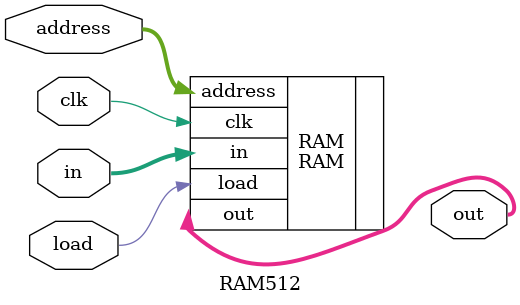
<source format=v>
module RAM512 (
  input wire clk, load,
  input wire [15:0] in,
  input wire [8:0] address,
  output wire [15:0] out
);

RAM #(.width(16), .k(9)) RAM(
  .clk(clk),
  .load(load),
  .in(in),
  .address(address),
  .out(out)
);

endmodule

</source>
